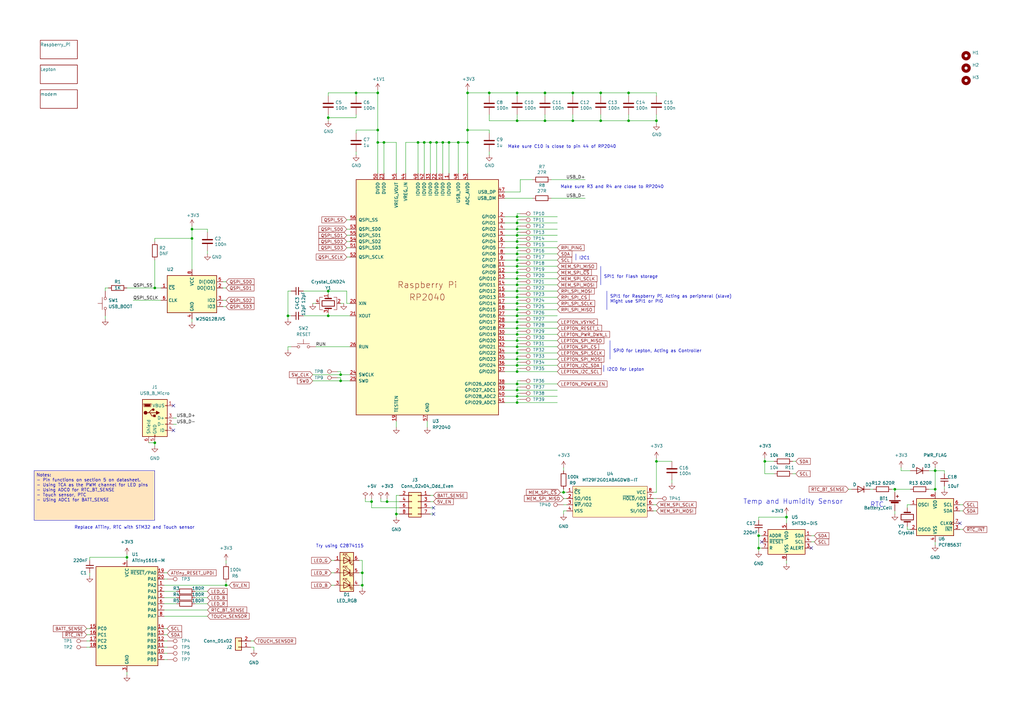
<source format=kicad_sch>
(kicad_sch (version 20230121) (generator eeschema)
  (paper "A3")
  (junction (at 148.59 240.03))
  (junction (at 92.71 240.03))
  (junction (at 212.09 99.06))
  (junction (at 212.09 152.4))
  (junction (at 187.96 58.42))
  (junction (at 367.03 200.66))
  (junction (at 52.07 228.6))
  (junction (at 134.62 129.54))
  (junction (at 212.09 147.32))
  (junction (at 383.54 193.04))
  (junction (at 184.15 58.42))
  (junction (at 311.15 224.79))
  (junction (at 63.5 118.11))
  (junction (at 212.09 96.52))
  (junction (at 148.59 234.95))
  (junction (at 134.62 48.26))
  (junction (at 134.62 119.38))
  (junction (at 157.48 58.42))
  (junction (at 212.09 101.6))
  (junction (at 152.4 205.74))
  (junction (at 383.54 200.66))
  (junction (at 176.53 58.42))
  (junction (at 212.09 129.54))
  (junction (at 313.69 189.23))
  (junction (at 212.09 160.02))
  (junction (at 212.09 106.68))
  (junction (at 212.09 137.16))
  (junction (at 212.09 88.9))
  (junction (at 246.38 38.1))
  (junction (at 78.74 97.79))
  (junction (at 212.09 49.53))
  (junction (at 139.7 156.21))
  (junction (at 212.09 93.98))
  (junction (at 154.94 38.1))
  (junction (at 173.99 58.42))
  (junction (at 212.09 144.78))
  (junction (at 212.09 121.92))
  (junction (at 212.09 162.56))
  (junction (at 146.05 38.1))
  (junction (at 311.15 219.71))
  (junction (at 212.09 132.08))
  (junction (at 257.81 38.1))
  (junction (at 212.09 104.14))
  (junction (at 212.09 165.1))
  (junction (at 212.09 114.3))
  (junction (at 246.38 49.53))
  (junction (at 212.09 109.22))
  (junction (at 212.09 119.38))
  (junction (at 223.52 49.53))
  (junction (at 191.77 53.34))
  (junction (at 158.75 205.74))
  (junction (at 78.74 93.98))
  (junction (at 154.94 58.42))
  (junction (at 63.5 181.61))
  (junction (at 257.81 49.53))
  (junction (at 171.45 58.42))
  (junction (at 212.09 149.86))
  (junction (at 179.07 58.42))
  (junction (at 212.09 142.24))
  (junction (at 191.77 58.42))
  (junction (at 212.09 139.7))
  (junction (at 212.09 111.76))
  (junction (at 139.7 153.67))
  (junction (at 154.94 53.34))
  (junction (at 212.09 157.48))
  (junction (at 223.52 38.1))
  (junction (at 322.58 212.09))
  (junction (at 212.09 127))
  (junction (at 212.09 116.84))
  (junction (at 181.61 58.42))
  (junction (at 118.11 129.54))
  (junction (at 269.24 49.53))
  (junction (at 212.09 134.62))
  (junction (at 212.09 124.46))
  (junction (at 191.77 38.1))
  (junction (at 231.14 201.93))
  (junction (at 212.09 91.44))
  (junction (at 162.56 210.82))
  (junction (at 234.95 38.1))
  (junction (at 212.09 38.1))
  (junction (at 200.66 38.1))
  (junction (at 269.24 189.23))
  (junction (at 234.95 49.53))
  (no_connect (at 177.8 210.82))
  (no_connect (at 177.8 208.28))
  (no_connect (at 71.12 166.37))
  (no_connect (at 393.7 214.63))
  (no_connect (at 71.12 176.53))
  (no_connect (at 312.42 222.25))
  (no_connect (at 332.74 224.79))
  (wire (pts (xy 91.44 123.19) (xy 92.71 123.19)))
  (wire (pts (xy 78.74 92.71) (xy 78.74 93.98)))
  (wire (pts (xy 212.09 157.48) (xy 212.09 156.21)))
  (wire (pts (xy 212.09 124.46) (xy 212.09 123.19)))
  (wire (pts (xy 212.09 162.56) (xy 228.6 162.56)))
  (wire (pts (xy 162.56 210.82) (xy 163.83 210.82)))
  (wire (pts (xy 212.09 121.92) (xy 212.09 120.65)))
  (wire (pts (xy 257.81 39.37) (xy 257.81 38.1)))
  (wire (pts (xy 212.09 114.3) (xy 228.6 114.3)))
  (wire (pts (xy 191.77 58.42) (xy 191.77 71.12)))
  (wire (pts (xy 213.36 73.66) (xy 218.44 73.66)))
  (wire (pts (xy 146.05 62.23) (xy 146.05 63.5)))
  (wire (pts (xy 212.09 149.86) (xy 212.09 148.59)))
  (wire (pts (xy 91.44 125.73) (xy 92.71 125.73)))
  (wire (pts (xy 63.5 97.79) (xy 78.74 97.79)))
  (wire (pts (xy 325.12 194.31) (xy 326.39 194.31)))
  (wire (pts (xy 148.59 234.95) (xy 148.59 240.03)))
  (wire (pts (xy 207.01 104.14) (xy 212.09 104.14)))
  (wire (pts (xy 118.11 142.24) (xy 119.38 142.24)))
  (wire (pts (xy 80.01 247.65) (xy 85.09 247.65)))
  (wire (pts (xy 207.01 119.38) (xy 212.09 119.38)))
  (wire (pts (xy 373.38 217.17) (xy 372.11 217.17)))
  (wire (pts (xy 212.09 134.62) (xy 212.09 133.35)))
  (wire (pts (xy 212.09 95.25) (xy 213.36 95.25)))
  (wire (pts (xy 212.09 91.44) (xy 228.6 91.44)))
  (wire (pts (xy 146.05 38.1) (xy 154.94 38.1)))
  (wire (pts (xy 373.38 200.66) (xy 367.03 200.66)))
  (wire (pts (xy 223.52 46.99) (xy 223.52 49.53)))
  (wire (pts (xy 212.09 132.08) (xy 212.09 130.81)))
  (wire (pts (xy 212.09 118.11) (xy 213.36 118.11)))
  (wire (pts (xy 67.31 260.35) (xy 68.58 260.35)))
  (wire (pts (xy 142.24 105.41) (xy 143.51 105.41)))
  (wire (pts (xy 234.95 39.37) (xy 234.95 38.1)))
  (wire (pts (xy 80.01 245.11) (xy 85.09 245.11)))
  (wire (pts (xy 200.66 38.1) (xy 212.09 38.1)))
  (wire (pts (xy 179.07 58.42) (xy 181.61 58.42)))
  (wire (pts (xy 176.53 208.28) (xy 177.8 208.28)))
  (wire (pts (xy 212.09 96.52) (xy 212.09 95.25)))
  (wire (pts (xy 162.56 71.12) (xy 162.56 58.42)))
  (polyline (pts (xy 246.38 109.22) (xy 246.38 116.84)) (stroke (width 0) (type solid)))
  (wire (pts (xy 257.81 46.99) (xy 257.81 49.53)))
  (wire (pts (xy 176.53 58.42) (xy 179.07 58.42)))
  (wire (pts (xy 393.7 209.55) (xy 394.97 209.55)))
  (wire (pts (xy 135.89 229.87) (xy 137.16 229.87)))
  (wire (pts (xy 134.62 119.38) (xy 134.62 120.65)))
  (wire (pts (xy 63.5 99.06) (xy 63.5 97.79)))
  (wire (pts (xy 212.09 104.14) (xy 228.6 104.14)))
  (wire (pts (xy 393.7 217.17) (xy 394.97 217.17)))
  (wire (pts (xy 78.74 93.98) (xy 78.74 97.79)))
  (wire (pts (xy 52.07 228.6) (xy 52.07 229.87)))
  (wire (pts (xy 179.07 71.12) (xy 179.07 58.42)))
  (wire (pts (xy 212.09 88.9) (xy 212.09 87.63)))
  (wire (pts (xy 223.52 49.53) (xy 212.09 49.53)))
  (wire (pts (xy 163.83 208.28) (xy 152.4 208.28)))
  (wire (pts (xy 78.74 130.81) (xy 78.74 132.08)))
  (wire (pts (xy 207.01 93.98) (xy 212.09 93.98)))
  (wire (pts (xy 207.01 111.76) (xy 212.09 111.76)))
  (wire (pts (xy 118.11 129.54) (xy 119.38 129.54)))
  (wire (pts (xy 207.01 157.48) (xy 212.09 157.48)))
  (wire (pts (xy 212.09 158.75) (xy 213.36 158.75)))
  (wire (pts (xy 162.56 58.42) (xy 157.48 58.42)))
  (wire (pts (xy 212.09 121.92) (xy 228.6 121.92)))
  (wire (pts (xy 311.15 212.09) (xy 322.58 212.09)))
  (wire (pts (xy 207.01 132.08) (xy 212.09 132.08)))
  (wire (pts (xy 154.94 53.34) (xy 154.94 58.42)))
  (wire (pts (xy 212.09 149.86) (xy 228.6 149.86)))
  (wire (pts (xy 365.76 200.66) (xy 367.03 200.66)))
  (wire (pts (xy 311.15 224.79) (xy 312.42 224.79)))
  (wire (pts (xy 67.31 245.11) (xy 72.39 245.11)))
  (wire (pts (xy 212.09 124.46) (xy 228.6 124.46)))
  (wire (pts (xy 226.06 81.28) (xy 240.03 81.28)))
  (wire (pts (xy 212.09 109.22) (xy 228.6 109.22)))
  (wire (pts (xy 134.62 119.38) (xy 142.24 119.38)))
  (wire (pts (xy 158.75 205.74) (xy 158.75 204.47)))
  (wire (pts (xy 134.62 38.1) (xy 146.05 38.1)))
  (wire (pts (xy 171.45 58.42) (xy 173.99 58.42)))
  (wire (pts (xy 67.31 250.19) (xy 85.09 250.19)))
  (wire (pts (xy 118.11 143.51) (xy 118.11 142.24)))
  (wire (pts (xy 138.43 154.94) (xy 139.7 154.94)))
  (wire (pts (xy 234.95 49.53) (xy 223.52 49.53)))
  (wire (pts (xy 207.01 137.16) (xy 212.09 137.16)))
  (wire (pts (xy 176.53 210.82) (xy 177.8 210.82)))
  (wire (pts (xy 367.03 209.55) (xy 367.03 210.82)))
  (wire (pts (xy 118.11 130.81) (xy 118.11 129.54)))
  (wire (pts (xy 246.38 39.37) (xy 246.38 38.1)))
  (wire (pts (xy 207.01 149.86) (xy 212.09 149.86)))
  (wire (pts (xy 181.61 58.42) (xy 184.15 58.42)))
  (wire (pts (xy 134.62 129.54) (xy 134.62 128.27)))
  (wire (pts (xy 63.5 118.11) (xy 66.04 118.11)))
  (wire (pts (xy 63.5 106.68) (xy 63.5 118.11)))
  (wire (pts (xy 212.09 147.32) (xy 228.6 147.32)))
  (wire (pts (xy 207.01 127) (xy 212.09 127)))
  (wire (pts (xy 212.09 101.6) (xy 212.09 100.33)))
  (wire (pts (xy 212.09 128.27) (xy 213.36 128.27)))
  (wire (pts (xy 104.14 265.43) (xy 102.87 265.43)))
  (wire (pts (xy 142.24 101.6) (xy 143.51 101.6)))
  (wire (pts (xy 269.24 187.96) (xy 269.24 189.23)))
  (wire (pts (xy 67.31 252.73) (xy 85.09 252.73)))
  (wire (pts (xy 212.09 144.78) (xy 212.09 143.51)))
  (wire (pts (xy 269.24 46.99) (xy 269.24 49.53)))
  (wire (pts (xy 154.94 36.83) (xy 154.94 38.1)))
  (wire (pts (xy 231.14 204.47) (xy 232.41 204.47)))
  (wire (pts (xy 191.77 53.34) (xy 191.77 58.42)))
  (wire (pts (xy 212.09 140.97) (xy 213.36 140.97)))
  (wire (pts (xy 231.14 191.77) (xy 231.14 193.04)))
  (wire (pts (xy 212.09 134.62) (xy 228.6 134.62)))
  (wire (pts (xy 44.45 118.11) (xy 43.18 118.11)))
  (wire (pts (xy 134.62 48.26) (xy 146.05 48.26)))
  (wire (pts (xy 142.24 119.38) (xy 142.24 124.46)))
  (wire (pts (xy 231.14 200.66) (xy 231.14 201.93)))
  (wire (pts (xy 207.01 116.84) (xy 212.09 116.84)))
  (wire (pts (xy 67.31 247.65) (xy 72.39 247.65)))
  (wire (pts (xy 187.96 71.12) (xy 187.96 58.42)))
  (wire (pts (xy 212.09 125.73) (xy 213.36 125.73)))
  (wire (pts (xy 212.09 132.08) (xy 228.6 132.08)))
  (wire (pts (xy 67.31 262.89) (xy 68.58 262.89)))
  (polyline (pts (xy 236.22 104.14) (xy 236.22 106.68)) (stroke (width 0) (type solid)))
  (wire (pts (xy 311.15 219.71) (xy 312.42 219.71)))
  (wire (pts (xy 212.09 90.17) (xy 213.36 90.17)))
  (wire (pts (xy 317.5 194.31) (xy 313.69 194.31)))
  (wire (pts (xy 212.09 144.78) (xy 228.6 144.78)))
  (wire (pts (xy 146.05 48.26) (xy 146.05 46.99)))
  (wire (pts (xy 207.01 139.7) (xy 212.09 139.7)))
  (wire (pts (xy 152.4 208.28) (xy 152.4 205.74)))
  (wire (pts (xy 118.11 129.54) (xy 118.11 119.38)))
  (wire (pts (xy 383.54 191.77) (xy 383.54 193.04)))
  (wire (pts (xy 157.48 71.12) (xy 157.48 58.42)))
  (wire (pts (xy 383.54 200.66) (xy 383.54 201.93)))
  (wire (pts (xy 207.01 121.92) (xy 212.09 121.92)))
  (wire (pts (xy 54.61 123.19) (xy 66.04 123.19)))
  (wire (pts (xy 35.56 257.81) (xy 36.83 257.81)))
  (wire (pts (xy 146.05 54.61) (xy 146.05 53.34)))
  (wire (pts (xy 152.4 205.74) (xy 149.86 205.74)))
  (wire (pts (xy 332.74 219.71) (xy 334.01 219.71)))
  (wire (pts (xy 200.66 54.61) (xy 200.66 53.34)))
  (wire (pts (xy 223.52 38.1) (xy 234.95 38.1)))
  (wire (pts (xy 231.14 209.55) (xy 232.41 209.55)))
  (wire (pts (xy 85.09 102.87) (xy 85.09 104.14)))
  (wire (pts (xy 142.24 99.06) (xy 143.51 99.06)))
  (wire (pts (xy 212.09 116.84) (xy 212.09 115.57)))
  (wire (pts (xy 212.09 46.99) (xy 212.09 49.53)))
  (wire (pts (xy 135.89 240.03) (xy 137.16 240.03)))
  (wire (pts (xy 213.36 73.66) (xy 213.36 78.74)))
  (wire (pts (xy 246.38 38.1) (xy 257.81 38.1)))
  (wire (pts (xy 212.09 114.3) (xy 212.09 113.03)))
  (wire (pts (xy 212.09 135.89) (xy 213.36 135.89)))
  (wire (pts (xy 67.31 234.95) (xy 68.58 234.95)))
  (wire (pts (xy 367.03 200.66) (xy 367.03 201.93)))
  (wire (pts (xy 207.01 88.9) (xy 212.09 88.9)))
  (wire (pts (xy 63.5 181.61) (xy 63.5 182.88)))
  (wire (pts (xy 257.81 49.53) (xy 246.38 49.53)))
  (wire (pts (xy 212.09 163.83) (xy 213.36 163.83)))
  (wire (pts (xy 104.14 266.7) (xy 104.14 265.43)))
  (wire (pts (xy 78.74 97.79) (xy 78.74 110.49)))
  (wire (pts (xy 212.09 127) (xy 228.6 127)))
  (wire (pts (xy 387.35 193.04) (xy 383.54 193.04)))
  (wire (pts (xy 166.37 71.12) (xy 166.37 58.42)))
  (wire (pts (xy 35.56 265.43) (xy 36.83 265.43)))
  (wire (pts (xy 149.86 205.74) (xy 149.86 204.47)))
  (wire (pts (xy 207.01 106.68) (xy 212.09 106.68)))
  (wire (pts (xy 212.09 106.68) (xy 228.6 106.68)))
  (wire (pts (xy 212.09 99.06) (xy 228.6 99.06)))
  (wire (pts (xy 147.32 234.95) (xy 148.59 234.95)))
  (wire (pts (xy 212.09 161.29) (xy 213.36 161.29)))
  (wire (pts (xy 372.11 217.17) (xy 372.11 215.9)))
  (wire (pts (xy 143.51 142.24) (xy 129.54 142.24)))
  (wire (pts (xy 212.09 157.48) (xy 228.6 157.48)))
  (wire (pts (xy 212.09 38.1) (xy 223.52 38.1)))
  (wire (pts (xy 52.07 275.59) (xy 52.07 276.86)))
  (wire (pts (xy 207.01 96.52) (xy 212.09 96.52)))
  (wire (pts (xy 207.01 160.02) (xy 212.09 160.02)))
  (wire (pts (xy 43.18 118.11) (xy 43.18 119.38)))
  (wire (pts (xy 311.15 219.71) (xy 311.15 224.79)))
  (wire (pts (xy 146.05 39.37) (xy 146.05 38.1)))
  (polyline (pts (xy 250.19 139.7) (xy 250.19 147.32)) (stroke (width 0) (type solid)))
  (wire (pts (xy 212.09 113.03) (xy 213.36 113.03)))
  (wire (pts (xy 383.54 222.25) (xy 383.54 223.52)))
  (wire (pts (xy 275.59 189.23) (xy 269.24 189.23)))
  (wire (pts (xy 139.7 156.21) (xy 143.51 156.21)))
  (wire (pts (xy 212.09 139.7) (xy 212.09 138.43)))
  (wire (pts (xy 139.7 124.46) (xy 140.97 124.46)))
  (wire (pts (xy 212.09 92.71) (xy 213.36 92.71)))
  (wire (pts (xy 157.48 58.42) (xy 154.94 58.42)))
  (wire (pts (xy 142.24 90.17) (xy 143.51 90.17)))
  (wire (pts (xy 67.31 270.51) (xy 68.58 270.51)))
  (wire (pts (xy 387.35 194.31) (xy 387.35 193.04)))
  (wire (pts (xy 207.01 152.4) (xy 212.09 152.4)))
  (wire (pts (xy 269.24 39.37) (xy 269.24 38.1)))
  (wire (pts (xy 152.4 205.74) (xy 152.4 204.47)))
  (wire (pts (xy 381 193.04) (xy 383.54 193.04)))
  (wire (pts (xy 212.09 137.16) (xy 212.09 135.89)))
  (wire (pts (xy 158.75 205.74) (xy 156.21 205.74)))
  (wire (pts (xy 200.66 46.99) (xy 200.66 49.53)))
  (wire (pts (xy 134.62 129.54) (xy 143.51 129.54)))
  (wire (pts (xy 184.15 58.42) (xy 187.96 58.42)))
  (wire (pts (xy 234.95 46.99) (xy 234.95 49.53)))
  (wire (pts (xy 67.31 265.43) (xy 68.58 265.43)))
  (wire (pts (xy 212.09 160.02) (xy 228.6 160.02)))
  (wire (pts (xy 212.09 111.76) (xy 212.09 110.49)))
  (wire (pts (xy 52.07 228.6) (xy 36.83 228.6)))
  (wire (pts (xy 322.58 212.09) (xy 322.58 214.63)))
  (wire (pts (xy 212.09 138.43) (xy 213.36 138.43)))
  (wire (pts (xy 139.7 154.94) (xy 139.7 156.21)))
  (wire (pts (xy 257.81 49.53) (xy 269.24 49.53)))
  (wire (pts (xy 60.96 181.61) (xy 63.5 181.61)))
  (wire (pts (xy 311.15 218.44) (xy 311.15 219.71)))
  (wire (pts (xy 212.09 88.9) (xy 228.6 88.9)))
  (wire (pts (xy 212.09 152.4) (xy 228.6 152.4)))
  (wire (pts (xy 191.77 53.34) (xy 200.66 53.34)))
  (wire (pts (xy 200.66 62.23) (xy 200.66 63.5)))
  (wire (pts (xy 191.77 38.1) (xy 191.77 53.34)))
  (wire (pts (xy 207.01 81.28) (xy 218.44 81.28)))
  (wire (pts (xy 231.14 210.82) (xy 231.14 209.55)))
  (wire (pts (xy 226.06 73.66) (xy 240.03 73.66)))
  (wire (pts (xy 91.44 118.11) (xy 92.71 118.11)))
  (wire (pts (xy 393.7 207.01) (xy 394.97 207.01)))
  (wire (pts (xy 311.15 226.06) (xy 311.15 224.79)))
  (wire (pts (xy 381 200.66) (xy 383.54 200.66)))
  (wire (pts (xy 212.09 130.81) (xy 213.36 130.81)))
  (wire (pts (xy 212.09 102.87) (xy 213.36 102.87)))
  (wire (pts (xy 212.09 110.49) (xy 213.36 110.49)))
  (wire (pts (xy 173.99 58.42) (xy 176.53 58.42)))
  (wire (pts (xy 383.54 193.04) (xy 383.54 200.66)))
  (wire (pts (xy 207.01 99.06) (xy 212.09 99.06)))
  (wire (pts (xy 212.09 133.35) (xy 213.36 133.35)))
  (wire (pts (xy 148.59 234.95) (xy 148.59 229.87)))
  (wire (pts (xy 207.01 109.22) (xy 212.09 109.22)))
  (wire (pts (xy 134.62 39.37) (xy 134.62 38.1)))
  (wire (pts (xy 124.46 119.38) (xy 134.62 119.38)))
  (wire (pts (xy 212.09 93.98) (xy 228.6 93.98)))
  (wire (pts (xy 212.09 129.54) (xy 212.09 128.27)))
  (wire (pts (xy 212.09 142.24) (xy 212.09 140.97)))
  (wire (pts (xy 387.35 199.39) (xy 387.35 200.66)))
  (wire (pts (xy 92.71 229.87) (xy 92.71 231.14)))
  (wire (pts (xy 128.27 124.46) (xy 129.54 124.46)))
  (wire (pts (xy 134.62 46.99) (xy 134.62 48.26)))
  (wire (pts (xy 269.24 189.23) (xy 269.24 201.93)))
  (wire (pts (xy 267.97 209.55) (xy 269.24 209.55)))
  (wire (pts (xy 43.18 129.54) (xy 43.18 130.81)))
  (wire (pts (xy 162.56 203.2) (xy 162.56 210.82)))
  (wire (pts (xy 207.01 114.3) (xy 212.09 114.3)))
  (wire (pts (xy 322.58 210.82) (xy 322.58 212.09)))
  (wire (pts (xy 212.09 87.63) (xy 213.36 87.63)))
  (wire (pts (xy 212.09 119.38) (xy 228.6 119.38)))
  (wire (pts (xy 212.09 96.52) (xy 228.6 96.52)))
  (wire (pts (xy 212.09 39.37) (xy 212.09 38.1)))
  (wire (pts (xy 200.66 39.37) (xy 200.66 38.1)))
  (wire (pts (xy 118.11 119.38) (xy 119.38 119.38)))
  (wire (pts (xy 325.12 189.23) (xy 326.39 189.23)))
  (wire (pts (xy 207.01 165.1) (xy 212.09 165.1)))
  (wire (pts (xy 139.7 153.67) (xy 143.51 153.67)))
  (wire (pts (xy 163.83 205.74) (xy 158.75 205.74)))
  (wire (pts (xy 212.09 162.56) (xy 212.09 161.29)))
  (wire (pts (xy 212.09 142.24) (xy 228.6 142.24)))
  (wire (pts (xy 207.01 129.54) (xy 212.09 129.54)))
  (wire (pts (xy 212.09 156.21) (xy 213.36 156.21)))
  (wire (pts (xy 212.09 160.02) (xy 212.09 158.75)))
  (wire (pts (xy 128.27 153.67) (xy 139.7 153.67)))
  (wire (pts (xy 184.15 58.42) (xy 184.15 71.12)))
  (wire (pts (xy 223.52 39.37) (xy 223.52 38.1)))
  (wire (pts (xy 181.61 71.12) (xy 181.61 58.42)))
  (wire (pts (xy 347.98 200.66) (xy 349.25 200.66)))
  (wire (pts (xy 207.01 147.32) (xy 212.09 147.32)))
  (wire (pts (xy 212.09 100.33) (xy 213.36 100.33)))
  (wire (pts (xy 142.24 93.98) (xy 143.51 93.98)))
  (wire (pts (xy 146.05 53.34) (xy 154.94 53.34)))
  (wire (pts (xy 135.89 234.95) (xy 137.16 234.95)))
  (wire (pts (xy 171.45 71.12) (xy 171.45 58.42)))
  (wire (pts (xy 175.26 172.72) (xy 175.26 175.26)))
  (wire (pts (xy 142.24 124.46) (xy 143.51 124.46)))
  (wire (pts (xy 212.09 147.32) (xy 212.09 146.05)))
  (wire (pts (xy 52.07 118.11) (xy 63.5 118.11)))
  (wire (pts (xy 311.15 213.36) (xy 311.15 212.09)))
  (wire (pts (xy 212.09 129.54) (xy 228.6 129.54)))
  (wire (pts (xy 234.95 38.1) (xy 246.38 38.1)))
  (wire (pts (xy 212.09 139.7) (xy 228.6 139.7)))
  (wire (pts (xy 231.14 207.01) (xy 232.41 207.01)))
  (wire (pts (xy 369.57 193.04) (xy 373.38 193.04)))
  (wire (pts (xy 67.31 242.57) (xy 72.39 242.57)))
  (wire (pts (xy 35.56 260.35) (xy 36.83 260.35)))
  (wire (pts (xy 207.01 142.24) (xy 212.09 142.24)))
  (wire (pts (xy 212.09 152.4) (xy 212.09 151.13)))
  (wire (pts (xy 207.01 101.6) (xy 212.09 101.6)))
  (wire (pts (xy 212.09 127) (xy 212.09 125.73)))
  (wire (pts (xy 207.01 144.78) (xy 212.09 144.78)))
  (wire (pts (xy 322.58 229.87) (xy 322.58 231.14)))
  (wire (pts (xy 148.59 240.03) (xy 147.32 240.03)))
  (wire (pts (xy 187.96 58.42) (xy 191.77 58.42)))
  (wire (pts (xy 91.44 115.57) (xy 92.71 115.57)))
  (wire (pts (xy 36.83 228.6) (xy 36.83 229.87)))
  (wire (pts (xy 313.69 189.23) (xy 313.69 187.96)))
  (wire (pts (xy 67.31 237.49) (xy 68.58 237.49)))
  (wire (pts (xy 212.09 107.95) (xy 213.36 107.95)))
  (wire (pts (xy 148.59 229.87) (xy 147.32 229.87)))
  (wire (pts (xy 229.87 201.93) (xy 231.14 201.93)))
  (wire (pts (xy 176.53 203.2) (xy 177.8 203.2)))
  (wire (pts (xy 162.56 210.82) (xy 162.56 212.09)))
  (wire (pts (xy 36.83 234.95) (xy 36.83 236.22)))
  (wire (pts (xy 134.62 48.26) (xy 134.62 49.53)))
  (wire (pts (xy 154.94 38.1) (xy 154.94 53.34)))
  (wire (pts (xy 71.12 171.45) (xy 72.39 171.45)))
  (wire (pts (xy 212.09 104.14) (xy 212.09 102.87)))
  (wire (pts (xy 124.46 129.54) (xy 134.62 129.54)))
  (wire (pts (xy 139.7 152.4) (xy 139.7 153.67)))
  (wire (pts (xy 104.14 262.89) (xy 102.87 262.89)))
  (wire (pts (xy 207.01 134.62) (xy 212.09 134.62)))
  (wire (pts (xy 67.31 267.97) (xy 68.58 267.97)))
  (wire (pts (xy 148.59 240.03) (xy 148.59 241.3)))
  (wire (pts (xy 52.07 227.33) (xy 52.07 228.6)))
  (wire (pts (xy 212.09 148.59) (xy 213.36 148.59)))
  (wire (pts (xy 356.87 200.66) (xy 358.14 200.66)))
  (wire (pts (xy 212.09 97.79) (xy 213.36 97.79)))
  (wire (pts (xy 269.24 201.93) (xy 267.97 201.93)))
  (wire (pts (xy 207.01 78.74) (xy 213.36 78.74)))
  (wire (pts (xy 246.38 46.99) (xy 246.38 49.53)))
  (wire (pts (xy 372.11 207.01) (xy 373.38 207.01)))
  (wire (pts (xy 212.09 115.57) (xy 213.36 115.57)))
  (wire (pts (xy 162.56 172.72) (xy 162.56 175.26)))
  (wire (pts (xy 372.11 208.28) (xy 372.11 207.01)))
  (wire (pts (xy 212.09 123.19) (xy 213.36 123.19)))
  (wire (pts (xy 142.24 96.52) (xy 143.51 96.52)))
  (wire (pts (xy 212.09 116.84) (xy 228.6 116.84)))
  (wire (pts (xy 275.59 196.85) (xy 275.59 198.12)))
  (wire (pts (xy 67.31 257.81) (xy 68.58 257.81)))
  (wire (pts (xy 80.01 242.57) (xy 85.09 242.57)))
  (wire (pts (xy 212.09 146.05) (xy 213.36 146.05)))
  (wire (pts (xy 212.09 91.44) (xy 212.09 90.17)))
  (wire (pts (xy 313.69 194.31) (xy 313.69 189.23)))
  (wire (pts (xy 267.97 204.47) (xy 269.24 204.47)))
  (wire (pts (xy 212.09 99.06) (xy 212.09 97.79)))
  (wire (pts (xy 71.12 173.99) (xy 72.39 173.99)))
  (wire (pts (xy 92.71 240.03) (xy 93.98 240.03)))
  (wire (pts (xy 212.09 119.38) (xy 212.09 118.11)))
  (wire (pts (xy 317.5 189.23) (xy 313.69 189.23)))
  (wire (pts (xy 156.21 205.74) (xy 156.21 204.47)))
  (wire (pts (xy 207.01 91.44) (xy 212.09 91.44)))
  (wire (pts (xy 35.56 262.89) (xy 36.83 262.89)))
  (wire (pts (xy 212.09 137.16) (xy 228.6 137.16)))
  (wire (pts (xy 92.71 238.76) (xy 92.71 240.03)))
  (wire (pts (xy 67.31 240.03) (xy 92.71 240.03)))
  (wire (pts (xy 138.43 152.4) (xy 139.7 152.4)))
  (wire (pts (xy 212.09 109.22) (xy 212.09 107.95)))
  (wire (pts (xy 166.37 58.42) (xy 171.45 58.42)))
  (polyline (pts (xy 247.65 149.86) (xy 247.65 152.4)) (stroke (width 0) (type solid)))
  (wire (pts (xy 212.09 106.68) (xy 212.09 105.41)))
  (wire (pts (xy 176.53 205.74) (xy 177.8 205.74)))
  (wire (pts (xy 154.94 58.42) (xy 154.94 71.12)))
  (wire (pts (xy 207.01 124.46) (xy 212.09 124.46)))
  (wire (pts (xy 212.09 165.1) (xy 212.09 163.83)))
  (wire (pts (xy 173.99 71.12) (xy 173.99 58.42)))
  (wire (pts (xy 191.77 36.83) (xy 191.77 38.1)))
  (wire (pts (xy 212.09 143.51) (xy 213.36 143.51)))
  (wire (pts (xy 257.81 38.1) (xy 269.24 38.1)))
  (wire (pts (xy 128.27 156.21) (xy 139.7 156.21)))
  (polyline (pts (xy 248.92 119.38) (xy 248.92 127)) (stroke (width 0) (type solid)))
  (wire (pts (xy 212.09 49.53) (xy 200.66 49.53)))
  (wire (pts (xy 212.09 151.13) (xy 213.36 151.13)))
  (wire (pts (xy 369.57 191.77) (xy 369.57 193.04)))
  (wire (pts (xy 332.74 222.25) (xy 334.01 222.25)))
  (wire (pts (xy 163.83 203.2) (xy 162.56 203.2)))
  (wire (pts (xy 212.09 165.1) (xy 228.6 165.1)))
  (wire (pts (xy 212.09 101.6) (xy 228.6 101.6)))
  (wire (pts (xy 212.09 105.41) (xy 213.36 105.41)))
  (wire (pts (xy 212.09 93.98) (xy 212.09 92.71)))
  (wire (pts (xy 212.09 111.76) (xy 228.6 111.76)))
  (wire (pts (xy 176.53 71.12) (xy 176.53 58.42)))
  (wire (pts (xy 269.24 49.53) (xy 269.24 50.8)))
  (wire (pts (xy 85.09 95.25) (xy 85.09 93.98)))
  (wire (pts (xy 207.01 162.56) (xy 212.09 162.56)))
  (wire (pts (xy 246.38 49.53) (xy 234.95 49.53)))
  (wire (pts (xy 191.77 38.1) (xy 200.66 38.1)))
  (wire (pts (xy 85.09 93.98) (xy 78.74 93.98)))
  (wire (pts (xy 212.09 120.65) (xy 213.36 120.65)))
  (wire (pts (xy 267.97 207.01) (xy 269.24 207.01)))
  (wire (pts (xy 231.14 201.93) (xy 232.41 201.93)))
  (text_box "Notes:\n- Pin functions on section 5 on datasheet.\n- Using TCA as the PWM channel for LED pins\n- Using ADC0 for RTC_BT_SENSE\n- Touch sensor, PTC\n- USing ADC1 for BATT_SENSE" (at 13.97 193.04 0) (size 49.53 20.32) (fill (type color) (color 255 229 191 1)) (effects (font (size 1.27 1.27)) (justify left top)))
  (text "SPI0 for Lepton, Acting as Controller\n" (at 251.46 144.78 0) (effects (font (size 1.27 1.27)) (justify left bottom)))
  (text "Try using C2874115" (at 129.54 224.79 0) (effects (font (size 1.27 1.27)) (justify left bottom)))
  (text "I2C1" (at 237.49 106.68 0) (effects (font (size 1.27 1.27)) (justify left bottom)))
  (text "I2C0 for Lepton" (at 248.92 152.4 0) (effects (font (size 1.27 1.27)) (justify left bottom)))
  (text "Temp and Humidity Sensor" (at 304.8 207.01 0) (effects (font (size 2 2)) (justify left bottom)))
  (text "Replace ATTiny, RTC with STM32 and Touch sensor" (at 30.48 217.17 0) (effects (font (size 1.27 1.27)) (justify left bottom)))
  (text "RTC" (at 356.87 208.28 0) (effects (font (size 2 2)) (justify left bottom)))
  (text "Make sure C10 is close to pin 44 of RP2040" (at 208.28 60.96 0) (effects (font (size 1.27 1.27)) (justify left bottom)))
  (text "SPI1 for Raspberry Pi, Acting as peripheral (slave)\nMight use SPI1 or PIO" (at 250.19 124.46 0) (effects (font (size 1.27 1.27)) (justify left bottom)))
  (text "Make sure R3 and R4 are close to RP2040" (at 229.87 77.47 0) (effects (font (size 1.27 1.27)) (justify left bottom)))
  (text "SPI1 for Flash storage" (at 247.65 114.3 0) (effects (font (size 1.27 1.27)) (justify left bottom)))
  (label "QSPI_SCLK" (at 54.61 123.19 0))
  (label "QSPI_SS" (at 54.61 118.11 0))
  (label "RUN" (at 129.54 142.24 0))
  (label "USB_D+" (at 72.39 171.45 0))
  (label "USB_D-" (at 240.03 81.28 180))
  (label "USB_D-" (at 72.39 173.99 0))
  (label "USB_D+" (at 240.03 73.66 180))
  (global_label "SCL" (shape input) (at 326.39 194.31 0) (property "Intersheetrefs" "${INTERSHEET_REFS}" (effects hide)))
  (global_label "SW_CLK" (shape input) (at 128.27 153.67 180) (property "Intersheetrefs" "${INTERSHEET_REFS}" (effects hide)))
  (global_label "LED_R" (shape input) (at 135.89 234.95 180) (property "Intersheetrefs" "${INTERSHEET_REFS}" (effects hide)))
  (global_label "RPI_SPI_MISO" (shape input) (at 228.6 127 0) (property "Intersheetrefs" "${INTERSHEET_REFS}" (effects hide)))
  (global_label "SDA" (shape input) (at 394.97 209.55 0) (property "Intersheetrefs" "${INTERSHEET_REFS}" (effects hide)))
  (global_label "QSPI_SD2" (shape input) (at 92.71 123.19 0) (property "Intersheetrefs" "${INTERSHEET_REFS}" (effects hide)))
  (global_label "MEM_SPI_MOSI" (shape input) (at 269.24 209.55 0) (property "Intersheetrefs" "${INTERSHEET_REFS}" (effects hide)))
  (global_label "SDA" (shape input) (at 334.01 219.71 0) (property "Intersheetrefs" "${INTERSHEET_REFS}" (effects hide)))
  (global_label "QSPI_SD0" (shape input) (at 92.71 115.57 0) (property "Intersheetrefs" "${INTERSHEET_REFS}" (effects hide)))
  (global_label "QSPI_SD1" (shape input) (at 92.71 118.11 0) (property "Intersheetrefs" "${INTERSHEET_REFS}" (effects hide)))
  (global_label "LEPTON_VSYNC" (shape input) (at 228.6 132.08 0) (property "Intersheetrefs" "${INTERSHEET_REFS}" (effects hide)))
  (global_label "~{RTC_INT}" (shape input) (at 394.97 217.17 0) (property "Intersheetrefs" "${INTERSHEET_REFS}" (effects hide)))
  (global_label "QSPI_SCLK" (shape input) (at 142.24 105.41 180) (property "Intersheetrefs" "${INTERSHEET_REFS}" (effects hide)))
  (global_label "QSPI_SD1" (shape input) (at 142.24 96.52 180) (property "Intersheetrefs" "${INTERSHEET_REFS}" (effects hide)))
  (global_label "LEPTON_I2C_SDA" (shape input) (at 228.6 149.86 0) (property "Intersheetrefs" "${INTERSHEET_REFS}" (effects hide)))
  (global_label "RTC_BT_SENSE" (shape input) (at 347.98 200.66 180) (property "Intersheetrefs" "${INTERSHEET_REFS}" (effects hide)))
  (global_label "LEPTON_RESET_L" (shape input) (at 228.6 134.62 0) (property "Intersheetrefs" "${INTERSHEET_REFS}" (effects hide)))
  (global_label "LEPTON_SPI_CS" (shape input) (at 228.6 142.24 0) (property "Intersheetrefs" "${INTERSHEET_REFS}" (effects hide)))
  (global_label "LEPTON_I2C_SCL" (shape input) (at 228.6 152.4 0) (property "Intersheetrefs" "${INTERSHEET_REFS}" (effects hide)))
  (global_label "RTC_BT_SENSE" (shape input) (at 85.09 250.19 0) (property "Intersheetrefs" "${INTERSHEET_REFS}" (effects hide)))
  (global_label "QSPI_SD3" (shape input) (at 142.24 101.6 180) (property "Intersheetrefs" "${INTERSHEET_REFS}" (effects hide)))
  (global_label "SDA" (shape input) (at 68.58 260.35 0) (property "Intersheetrefs" "${INTERSHEET_REFS}" (effects hide)))
  (global_label "LEPTON_POWER_EN" (shape input) (at 228.6 157.48 0) (property "Intersheetrefs" "${INTERSHEET_REFS}" (effects hide)))
  (global_label "MEM_SPI_~{CS}" (shape input) (at 228.6 111.76 0) (property "Intersheetrefs" "${INTERSHEET_REFS}" (effects hide)))
  (global_label "LED_G" (shape input) (at 135.89 229.87 180) (property "Intersheetrefs" "${INTERSHEET_REFS}" (effects hide)))
  (global_label "LEPTON_SPI_MOSI" (shape input) (at 228.6 147.32 0) (property "Intersheetrefs" "${INTERSHEET_REFS}" (effects hide)))
  (global_label "MEM_SPI_~{CS}" (shape input) (at 229.87 201.93 180) (property "Intersheetrefs" "${INTERSHEET_REFS}" (effects hide)))
  (global_label "BATT_SENSE" (shape input) (at 177.8 203.2 0) (property "Intersheetrefs" "${INTERSHEET_REFS}" (effects hide)))
  (global_label "SCL" (shape input) (at 334.01 222.25 0) (property "Intersheetrefs" "${INTERSHEET_REFS}" (effects hide)))
  (global_label "MEM_SPI_SCLK" (shape input) (at 269.24 207.01 0) (property "Intersheetrefs" "${INTERSHEET_REFS}" (effects hide)))
  (global_label "RPI_SPI_CS" (shape input) (at 228.6 121.92 0) (property "Intersheetrefs" "${INTERSHEET_REFS}" (effects hide)))
  (global_label "~{RTC_INT}" (shape input) (at 35.56 260.35 180) (property "Intersheetrefs" "${INTERSHEET_REFS}" (effects hide)))
  (global_label "QSPI_SD3" (shape input) (at 92.71 125.73 0) (property "Intersheetrefs" "${INTERSHEET_REFS}" (effects hide)))
  (global_label "RPI_SPI_SCLK" (shape input) (at 228.6 124.46 0) (property "Intersheetrefs" "${INTERSHEET_REFS}" (effects hide)))
  (global_label "LED_B" (shape input) (at 85.09 245.11 0) (property "Intersheetrefs" "${INTERSHEET_REFS}" (effects hide)))
  (global_label "ATtiny_RESET_UPDI" (shape input) (at 68.58 234.95 0) (property "Intersheetrefs" "${INTERSHEET_REFS}" (effects hide)))
  (global_label "5V_EN" (shape input) (at 177.8 205.74 0) (property "Intersheetrefs" "${INTERSHEET_REFS}" (effects hide)))
  (global_label "5V_EN" (shape input) (at 93.98 240.03 0) (property "Intersheetrefs" "${INTERSHEET_REFS}" (effects hide)))
  (global_label "SDA" (shape input) (at 228.6 104.14 0) (property "Intersheetrefs" "${INTERSHEET_REFS}" (effects hide)))
  (global_label "TOUCH_SENSOR" (shape input) (at 104.14 262.89 0) (property "Intersheetrefs" "${INTERSHEET_REFS}" (effects hide)))
  (global_label "BATT_SENSE" (shape input) (at 35.56 257.81 180) (property "Intersheetrefs" "${INTERSHEET_REFS}" (effects hide)))
  (global_label "TOUCH_SENSOR" (shape input) (at 85.09 252.73 0) (property "Intersheetrefs" "${INTERSHEET_REFS}" (effects hide)))
  (global_label "RPI_PING" (shape input) (at 228.6 101.6 0) (property "Intersheetrefs" "${INTERSHEET_REFS}" (effects hide)))
  (global_label "SCL" (shape input) (at 68.58 257.81 0) (property "Intersheetrefs" "${INTERSHEET_REFS}" (effects hide)))
  (global_label "MEM_SPI_MOSI" (shape input) (at 228.6 116.84 0) (property "Intersheetrefs" "${INTERSHEET_REFS}" (effects hide)))
  (global_label "SCL" (shape input) (at 228.6 106.68 0) (property "Intersheetrefs" "${INTERSHEET_REFS}" (effects hide)))
  (global_label "QSPI_SD2" (shape input) (at 142.24 99.06 180) (property "Intersheetrefs" "${INTERSHEET_REFS}" (effects hide)))
  (global_label "LEPTON_SPI_MISO" (shape input) (at 228.6 139.7 0) (property "Intersheetrefs" "${INTERSHEET_REFS}" (effects hide)))
  (global_label "SWD" (shape input) (at 128.27 156.21 180) (property "Intersheetrefs" "${INTERSHEET_REFS}" (effects hide)))
  (global_label "SDA" (shape input) (at 326.39 189.23 0) (property "Intersheetrefs" "${INTERSHEET_REFS}" (effects hide)))
  (global_label "LEPTON_PWR_DWN_L" (shape input) (at 228.6 137.16 0) (property "Intersheetrefs" "${INTERSHEET_REFS}" (effects hide)))
  (global_label "LED_G" (shape input) (at 85.09 242.57 0) (property "Intersheetrefs" "${INTERSHEET_REFS}" (effects hide)))
  (global_label "LED_B" (shape input) (at 135.89 240.03 180) (property "Intersheetrefs" "${INTERSHEET_REFS}" (effects hide)))
  (global_label "SCL" (shape input) (at 394.97 207.01 0) (property "Intersheetrefs" "${INTERSHEET_REFS}" (effects hide)))
  (global_label "RPI_SPI_MOSI" (shape input) (at 228.6 119.38 0) (property "Intersheetrefs" "${INTERSHEET_REFS}" (effects hide)))
  (global_label "LEPTON_SPI_SCLK" (shape input) (at 228.6 144.78 0) (property "Intersheetrefs" "${INTERSHEET_REFS}" (effects hide)))
  (global_label "MEM_SPI_MISO" (shape input) (at 231.14 204.47 180) (property "Intersheetrefs" "${INTERSHEET_REFS}" (effects hide)))
  (global_label "QSPI_SS" (shape input) (at 142.24 90.17 180) (property "Intersheetrefs" "${INTERSHEET_REFS}" (effects hide)))
  (global_label "MEM_SPI_MISO" (shape input) (at 228.6 109.22 0) (property "Intersheetrefs" "${INTERSHEET_REFS}" (effects hide)))
  (global_label "LED_R" (shape input) (at 85.09 247.65 0) (property "Intersheetrefs" "${INTERSHEET_REFS}" (effects hide)))
  (global_label "MEM_SPI_SCLK" (shape input) (at 228.6 114.3 0) (property "Intersheetrefs" "${INTERSHEET_REFS}" (effects hide)))
  (global_label "QSPI_SD0" (shape input) (at 142.24 93.98 180) (property "Intersheetrefs" "${INTERSHEET_REFS}" (effects hide)))
  (symbol (lib_id "power:GND") (at 63.5 182.88 0) (unit 1)
    (property "Reference" "#PWR05" (effects hide))
    (property "Value" "GND" (at 63.5 187.96 0))
  )
  (symbol (lib_id "power:GND") (at 43.18 130.81 0) (unit 1)
    (property "Reference" "#PWR02" (effects hide))
    (property "Value" "GND" (effects hide))
  )
  (symbol (lib_id "power:+3V3") (at 52.07 227.33 0) (unit 1)
    (property "Reference" "#PWR03" (effects hide))
    (property "Value" "+3V3" (at 52.07 222.25 0))
  )
  (symbol (lib_id "Connector:TestPoint") (at 213.36 105.41 270) (unit 1)
    (property "Reference" "TP17" (at 220.98 105.41 90))
    (property "Value" "TestPoint" (effects hide))
    (property "Footprint" "cacophony-library:TP" (effects hide))
  )
  (symbol (lib_id "Connector:TestPoint") (at 68.58 237.49 270) (unit 1)
    (property "Reference" "TP3" (at 76.2 237.49 90))
    (property "Value" "TestPoint" (effects hide))
    (property "Footprint" "cacophony-library:TP" (effects hide))
  )
  (symbol (lib_id "power:GND") (at 269.24 50.8 0) (unit 1)
    (property "Reference" "#PWR028" (effects hide))
    (property "Value" "GND" (at 269.367 55.1942 0))
  )
  (symbol (lib_id "Connector:TestPoint") (at 213.36 140.97 270) (unit 1)
    (property "Reference" "TP31" (at 220.98 140.97 90))
    (property "Value" "TestPoint" (effects hide))
    (property "Footprint" "cacophony-library:TP" (effects hide))
  )
  (symbol (lib_id "Mechanical:MountingHole") (at 396.24 22.86 0) (unit 1)
    (property "Reference" "H1" (at 398.78 21.5899 0) (effects (justify left)))
    (property "Value" "MountingHole" (effects hide))
    (property "Footprint" "cacophony-library:Mouning_Hole_M3" (effects hide))
  )
  (symbol (lib_id "Connector:TestPoint") (at 213.36 125.73 270) (unit 1)
    (property "Reference" "TP25" (at 220.98 125.73 90))
    (property "Value" "TestPoint" (effects hide))
    (property "Footprint" "cacophony-library:TP" (effects hide))
  )
  (symbol (lib_id "Connector:TestPoint") (at 213.36 148.59 270) (unit 1)
    (property "Reference" "TP34" (at 220.98 148.59 90))
    (property "Value" "TestPoint" (effects hide))
    (property "Footprint" "cacophony-library:TP" (effects hide))
  )
  (symbol (lib_id "Connector:TestPoint") (at 35.56 262.89 90) (unit 1)
    (property "Reference" "TP1" (at 27.94 262.89 90))
    (property "Value" "TestPoint" (effects hide))
    (property "Footprint" "cacophony-library:TP" (effects hide))
  )
  (symbol (lib_id "power:+3V3") (at 191.77 36.83 0) (unit 1)
    (property "Reference" "#PWR024" (effects hide))
    (property "Value" "+3V3" (at 192.151 32.4358 0))
  )
  (symbol (lib_id "Device:C") (at 269.24 43.18 0) (unit 1)
    (property "Reference" "C15" (at 272.161 42.0116 0) (effects (justify left)))
    (property "Value" "100n" (at 272.161 44.323 0) (effects (justify left)))
    (property "Footprint" "Capacitor_SMD:C_0402_1005Metric" (effects hide))
    (property "LCSC" "C307331" (effects hide))
  )
  (symbol (lib_id "Device:C") (at 257.81 43.18 0) (unit 1)
    (property "Reference" "C14" (at 260.731 42.0116 0) (effects (justify left)))
    (property "Value" "100n" (at 260.731 44.323 0) (effects (justify left)))
    (property "Footprint" "Capacitor_SMD:C_0402_1005Metric" (effects hide))
    (property "LCSC" "C307331" (effects hide))
  )
  (symbol (lib_id "Connector:TestPoint") (at 213.36 146.05 270) (unit 1)
    (property "Reference" "TP33" (at 220.98 146.05 90))
    (property "Value" "TestPoint" (effects hide))
    (property "Footprint" "cacophony-library:TP" (effects hide))
  )
  (symbol (lib_id "Device:C_Small") (at 36.83 232.41 180) (unit 1)
    (property "Reference" "C1" (at 34.29 234.95 0))
    (property "Value" "220nF" (at 33.02 229.87 0))
    (property "Footprint" "Capacitor_SMD:C_0402_1005Metric" (effects hide))
    (property "LCSC" "C16772" (effects hide))
  )
  (symbol (lib_id "Device:R") (at 76.2 242.57 90) (unit 1)
    (property "Reference" "R3" (at 73.66 241.3 90) (effects (justify left)))
    (property "Value" "180R" (at 83.82 241.3 90) (effects (justify left)))
    (property "Footprint" "Resistor_SMD:R_0402_1005Metric" (effects hide))
    (property "LCSC" "C38941" (effects hide))
  )
  (symbol (lib_id "Device:Crystal") (at 372.11 212.09 90) (unit 1)
    (property "Reference" "Y2" (at 368.3 215.9 90) (effects (justify right)))
    (property "Value" "Crystal" (at 368.3 218.44 90) (effects (justify right)))
    (property "Footprint" "Crystal:Crystal_SMD_3215-2Pin_3.2x1.5mm" (effects hide))
    (property "LCSC" "C32346" (effects hide))
  )
  (symbol (lib_id "power:+1V1") (at 154.94 36.83 0) (unit 1)
    (property "Reference" "#PWR019" (effects hide))
    (property "Value" "+1V1" (at 155.321 32.4358 0))
  )
  (symbol (lib_id "power:GND") (at 200.66 63.5 0) (unit 1)
    (property "Reference" "#PWR025" (effects hide))
    (property "Value" "GND" (at 200.787 67.8942 0))
  )
  (symbol (lib_id "power:GND") (at 78.74 132.08 0) (unit 1)
    (property "Reference" "#PWR07" (effects hide))
    (property "Value" "GND" (effects hide))
  )
  (symbol (lib_id "Device:R") (at 222.25 73.66 270) (unit 1)
    (property "Reference" "R7" (at 222.25 68.4022 90))
    (property "Value" "27R" (at 222.25 70.7136 90))
    (property "Footprint" "Resistor_SMD:R_0603_1608Metric" (effects hide))
    (property "LCSC" "C25190" (effects hide))
  )
  (symbol (lib_id "power:GND") (at 146.05 63.5 0) (unit 1)
    (property "Reference" "#PWR016" (effects hide))
    (property "Value" "GND" (at 146.177 67.8942 0))
  )
  (symbol (lib_id "Connector:TestPoint") (at 213.36 133.35 270) (unit 1)
    (property "Reference" "TP28" (at 220.98 133.35 90))
    (property "Value" "TestPoint" (effects hide))
    (property "Footprint" "cacophony-library:TP" (effects hide))
  )
  (symbol (lib_id "Device:R") (at 76.2 247.65 90) (unit 1)
    (property "Reference" "R5" (at 73.66 246.38 90) (effects (justify left)))
    (property "Value" "180R" (at 83.82 246.38 90) (effects (justify left)))
    (property "Footprint" "Resistor_SMD:R_0402_1005Metric" (effects hide))
    (property "LCSC" "C38941" (effects hide))
  )
  (symbol (lib_id "power:GND") (at 85.09 104.14 0) (unit 1)
    (property "Reference" "#PWR08" (effects hide))
    (property "Value" "GND" (at 88.9 105.41 0))
  )
  (symbol (lib_id "power:GND") (at 118.11 130.81 0) (unit 1)
    (property "Reference" "#PWR011" (effects hide))
    (property "Value" "GND" (effects hide))
  )
  (symbol (lib_id "Connector:TestPoint") (at 213.36 135.89 270) (unit 1)
    (property "Reference" "TP29" (at 220.98 135.89 90))
    (property "Value" "TestPoint" (effects hide))
    (property "Footprint" "cacophony-library:TP" (effects hide))
  )
  (symbol (lib_id "MCU_Microchip_ATtiny:ATtiny1616-M") (at 52.07 252.73 0) (unit 1)
    (property "Reference" "U1" (at 54.0894 227.33 0) (effects (justify left)))
    (property "Value" "ATtiny1616-M" (at 54.0894 229.87 0) (effects (justify left)))
    (property "Footprint" "Package_DFN_QFN:VQFN-20-1EP_3x3mm_P0.4mm_EP1.7x1.7mm" (effects hide))
    (property "Datasheet" "http://ww1.microchip.com/downloads/en/DeviceDoc/ATtiny3216_ATtiny1616-data-sheet-40001997B.pdf" (effects hide))
    (property "LCSC" "C507118" (effects hide))
  )
  (symbol (lib_id "power:+5V") (at 152.4 204.47 0) (unit 1)
    (property "Reference" "#PWR018" (effects hide))
    (property "Value" "+5V" (at 152.4 199.39 0))
  )
  (symbol (lib_id "Connector:TestPoint") (at 138.43 154.94 90) (unit 1)
    (property "Reference" "TP9" (at 130.81 154.94 90))
    (property "Value" "TestPoint" (effects hide))
    (property "Footprint" "cacophony-library:TP" (effects hide))
  )
  (symbol (lib_id "Device:C") (at 246.38 43.18 0) (unit 1)
    (property "Reference" "C13" (at 249.301 42.0116 0) (effects (justify left)))
    (property "Value" "100n" (at 249.301 44.323 0) (effects (justify left)))
    (property "Footprint" "Capacitor_SMD:C_0402_1005Metric" (effects hide))
    (property "LCSC" "C307331" (effects hide))
  )
  (symbol (lib_id "power:+3V3") (at 322.58 210.82 0) (unit 1)
    (property "Reference" "#PWR033" (effects hide))
    (property "Value" "+3V3" (at 318.77 209.55 0))
  )
  (symbol (lib_id "Timer_RTC:PCF8563T") (at 383.54 212.09 0) (unit 1)
    (property "Reference" "U6" (at 384.81 220.98 0) (effects (justify left)))
    (property "Value" "PCF8563T" (at 384.81 223.52 0) (effects (justify left)))
    (property "Footprint" "Package_SO:SOIC-8_3.9x4.9mm_P1.27mm" (effects hide))
    (property "Datasheet" "https://www.nxp.com/docs/en/data-sheet/PCF8563.pdf" (effects hide))
    (property "LCSC" "C7440" (effects hide))
  )
  (symbol (lib_id "Device:R") (at 361.95 200.66 90) (unit 1)
    (property "Reference" "R12" (at 359.41 198.12 90))
    (property "Value" "620R" (at 364.49 198.12 90))
    (property "Footprint" "Resistor_SMD:R_0603_1608Metric" (effects hide))
    (property "LCSC" "C23220" (effects hide))
  )
  (symbol (lib_id "Connector:TestPoint") (at 213.36 128.27 270) (unit 1)
    (property "Reference" "TP26" (at 220.98 128.27 90))
    (property "Value" "TestPoint" (effects hide))
    (property "Footprint" "cacophony-library:TP" (effects hide))
  )
  (symbol (lib_id "power:+3V3") (at 78.74 92.71 0) (unit 1)
    (property "Reference" "#PWR06" (effects hide))
    (property "Value" "+3V3" (at 79.121 88.3158 0))
  )
  (symbol (lib_id "Connector:TestPoint") (at 213.36 118.11 270) (unit 1)
    (property "Reference" "TP22" (at 220.98 118.11 90))
    (property "Value" "TestPoint" (effects hide))
    (property "Footprint" "cacophony-library:TP" (effects hide))
  )
  (symbol (lib_id "Connector:TestPoint") (at 213.36 113.03 270) (unit 1)
    (property "Reference" "TP20" (at 220.98 113.03 90))
    (property "Value" "TestPoint" (effects hide))
    (property "Footprint" "cacophony-library:TP" (effects hide))
  )
  (symbol (lib_id "Connector:TestPoint") (at 231.14 207.01 90) (unit 1)
    (property "Reference" "TP40" (at 223.52 207.01 90))
    (property "Value" "TestPoint" (effects hide))
    (property "Footprint" "cacophony-library:TP" (effects hide))
  )
  (symbol (lib_id "power:+3V3") (at 158.75 204.47 0) (unit 1)
    (property "Reference" "#PWR020" (effects hide))
    (property "Value" "+3V3" (at 158.75 199.39 0))
  )
  (symbol (lib_id "power:GND") (at 162.56 212.09 0) (unit 1)
    (property "Reference" "#PWR022" (effects hide))
    (property "Value" "GND" (at 162.56 217.17 0))
  )
  (symbol (lib_id "Connector:TestPoint") (at 213.36 163.83 270) (unit 1)
    (property "Reference" "TP39" (at 220.98 163.83 90))
    (property "Value" "TestPoint" (effects hide))
    (property "Footprint" "cacophony-library:TP" (effects hide))
  )
  (symbol (lib_id "Connector:TestPoint") (at 213.36 151.13 270) (unit 1)
    (property "Reference" "TP35" (at 220.98 151.13 90))
    (property "Value" "TestPoint" (effects hide))
    (property "Footprint" "cacophony-library:TP" (effects hide))
  )
  (symbol (lib_id "Connector:TestPoint") (at 213.36 120.65 270) (unit 1)
    (property "Reference" "TP23" (at 220.98 120.65 90))
    (property "Value" "TestPoint" (effects hide))
    (property "Footprint" "cacophony-library:TP" (effects hide))
  )
  (symbol (lib_id "Device:C") (at 234.95 43.18 0) (unit 1)
    (property "Reference" "C12" (at 237.871 42.0116 0) (effects (justify left)))
    (property "Value" "100n" (at 237.871 44.323 0) (effects (justify left)))
    (property "Footprint" "Capacitor_SMD:C_0402_1005Metric" (effects hide))
    (property "LCSC" "C307331" (effects hide))
  )
  (symbol (lib_id "Device:C_Small") (at 121.92 129.54 90) (unit 1)
    (property "Reference" "C4" (at 121.92 127 0) (effects (justify left)))
    (property "Value" "12pF" (at 124.46 129.54 0) (effects (justify left)))
    (property "Footprint" "Capacitor_SMD:C_0402_1005Metric" (effects hide))
    (property "LCSC" "C1547" (effects hide))
  )
  (symbol (lib_id "Connector:TestPoint") (at 68.58 267.97 270) (unit 1)
    (property "Reference" "TP6" (at 76.2 267.97 90))
    (property "Value" "TestPoint" (effects hide))
    (property "Footprint" "cacophony-library:TP" (effects hide))
  )
  (symbol (lib_id "Device:R") (at 92.71 234.95 180) (unit 1)
    (property "Reference" "R6" (at 97.79 236.22 0) (effects (justify left)))
    (property "Value" "100k" (at 99.06 233.68 0) (effects (justify left)))
    (property "Footprint" "Resistor_SMD:R_0402_1005Metric" (effects hide))
    (property "LCSC" "C25741" (effects hide))
  )
  (symbol (lib_id "Connector:TestPoint") (at 213.36 123.19 270) (unit 1)
    (property "Reference" "TP24" (at 220.98 123.19 90))
    (property "Value" "TestPoint" (effects hide))
    (property "Footprint" "cacophony-library:TP" (effects hide))
  )
  (symbol (lib_id "power:GND") (at 175.26 175.26 0) (unit 1)
    (property "Reference" "#PWR023" (effects hide))
    (property "Value" "GND" (effects hide))
  )
  (symbol (lib_id "Device:C_Small") (at 121.92 119.38 90) (unit 1)
    (property "Reference" "C3" (at 121.92 124.46 0) (effects (justify left)))
    (property "Value" "12pF" (at 124.46 124.46 0) (effects (justify left)))
    (property "Footprint" "Capacitor_SMD:C_0402_1005Metric" (effects hide))
    (property "LCSC" "C1547" (effects hide))
  )
  (symbol (lib_id "Device:R") (at 231.14 196.85 180) (unit 1)
    (property "Reference" "R9" (at 236.22 198.12 0) (effects (justify left)))
    (property "Value" "100k" (at 237.49 195.58 0) (effects (justify left)))
    (property "Footprint" "Resistor_SMD:R_0402_1005Metric" (effects hide))
    (property "LCSC" "C25741" (effects hide))
  )
  (symbol (lib_id "Mechanical:MountingHole") (at 396.24 27.94 0) (unit 1)
    (property "Reference" "H2" (at 398.78 26.6699 0) (effects (justify left)))
    (property "Value" "MountingHole" (effects hide))
    (property "Footprint" "cacophony-library:Mouning_Hole_M3" (effects hide))
  )
  (symbol (lib_id "Memory_Flash:W25Q128JVS") (at 78.74 120.65 0) (unit 1)
    (property "Reference" "U2" (at 69.85 110.49 0))
    (property "Value" "W25Q128JVS" (at 86.36 130.81 0))
    (property "Footprint" "Package_SO:SOIC-8_5.23x5.23mm_P1.27mm" (effects hide))
    (property "Datasheet" "http://www.winbond.com/resource-files/w25q128jv_dtr%20revc%2003272018%20plus.pdf" (effects hide))
    (property "LCSC" "C97521" (effects hide))
  )
  (symbol (lib_id "power:GND") (at 231.14 210.82 0) (unit 1)
    (property "Reference" "#PWR027" (effects hide))
    (property "Value" "GND" (at 231.14 215.9 0))
  )
  (symbol (lib_id "cacophony-symbols:LED_RGB") (at 142.24 234.95 0) (mirror y) (unit 1)
    (property "Reference" "D1" (at 142.24 243.84 0))
    (property "Value" "LED_RGB" (at 142.24 246.38 0))
    (property "Footprint" "cacophony-library:LED-SMD_6PIN-L1.60-W1.50-BL-RD" (effects hide))
    (property "LCSC" "C375568" (effects hide))
  )
  (symbol (lib_id "power:GND") (at 275.59 198.12 0) (unit 1)
    (property "Reference" "#PWR030" (effects hide))
    (property "Value" "GND" (effects hide))
  )
  (symbol (lib_id "power:+3V3") (at 313.69 187.96 0) (unit 1)
    (property "Reference" "#PWR032" (effects hide))
    (property "Value" "+3V3" (at 313.69 182.88 0))
  )
  (symbol (lib_id "Device:R") (at 63.5 102.87 0) (unit 1) (in_bom no)
    (property "Reference" "R2" (at 65.278 101.7016 0) (effects (justify left)))
    (property "Value" "DNF" (at 65.278 104.013 0) (effects (justify left)))
    (property "Footprint" "Resistor_SMD:R_0402_1005Metric" (effects hide))
  )
  (symbol (lib_id "Connector:TestPoint") (at 213.36 95.25 270) (unit 1)
    (property "Reference" "TP13" (at 220.98 95.25 90))
    (property "Value" "TestPoint" (effects hide))
    (property "Footprint" "cacophony-library:TP" (effects hide))
  )
  (symbol (lib_id "Connector:TestPoint") (at 213.36 158.75 270) (unit 1)
    (property "Reference" "TP37" (at 220.98 158.75 90))
    (property "Value" "TestPoint" (effects hide))
    (property "Footprint" "cacophony-library:TP" (effects hide))
  )
  (symbol (lib_id "Device:C_Small") (at 311.15 215.9 180) (unit 1)
    (property "Reference" "C17" (at 306.07 214.63 0) (effects (justify right)))
    (property "Value" "220nF" (at 304.8 218.44 0) (effects (justify right)))
    (property "Footprint" "Capacitor_SMD:C_0402_1005Metric" (effects hide))
    (property "LCSC" "C16772" (effects hide))
  )
  (symbol (lib_id "Switch:SW_Push") (at 43.18 124.46 90) (unit 1)
    (property "Reference" "SW1" (at 44.45 123.1899 90) (effects (justify right)))
    (property "Value" "USB_BOOT" (at 44.45 125.7299 90) (effects (justify right)))
    (property "Footprint" "Button_Switch_SMD:SW_SPST_SKQG_WithStem" (effects hide))
    (property "LCSC" "C318884" (effects hide))
  )
  (symbol (lib_id "Device:Crystal_GND24") (at 134.62 124.46 270) (unit 1)
    (property "Reference" "Y1" (at 134.62 118.11 90))
    (property "Value" "Crystal_GND24" (at 134.62 115.57 90))
    (property "Footprint" "Crystal:Crystal_SMD_3225-4Pin_3.2x2.5mm" (effects hide))
    (property "LCSC" "C9002" (effects hide))
  )
  (symbol (lib_id "power:+3V3") (at 92.71 229.87 0) (unit 1)
    (property "Reference" "#PWR09" (effects hide))
    (property "Value" "+3V3" (at 92.71 224.79 0))
  )
  (symbol (lib_id "Mechanical:MountingHole") (at 396.24 33.02 0) (unit 1)
    (property "Reference" "H3" (at 398.78 31.7499 0) (effects (justify left)))
    (property "Value" "MountingHole" (effects hide))
    (property "Footprint" "cacophony-library:Mouning_Hole_M3" (effects hide))
  )
  (symbol (lib_id "Connector:TestPoint") (at 35.56 265.43 90) (unit 1)
    (property "Reference" "TP2" (at 27.94 265.43 90))
    (property "Value" "TestPoint" (effects hide))
    (property "Footprint" "cacophony-library:TP" (effects hide))
  )
  (symbol (lib_id "power:PWR_FLAG") (at 149.86 204.47 0) (unit 1)
    (property "Reference" "#FLG01" (effects hide))
    (property "Value" "PWR_FLAG" (effects hide))
  )
  (symbol (lib_id "Device:R") (at 321.31 194.31 90) (unit 1)
    (property "Reference" "R11" (at 323.85 191.77 90))
    (property "Value" "10k" (at 317.5 191.77 90))
    (property "Footprint" "Resistor_SMD:R_0402_1005Metric" (effects hide))
    (property "LCSC" "C25744" (effects hide))
  )
  (symbol (lib_id "Connector:TestPoint") (at 213.36 102.87 270) (unit 1)
    (property "Reference" "TP16" (at 220.98 102.87 90))
    (property "Value" "TestPoint" (effects hide))
    (property "Footprint" "cacophony-library:TP" (effects hide))
  )
  (symbol (lib_id "power:+3V3") (at 231.14 191.77 0) (unit 1)
    (property "Reference" "#PWR026" (effects hide))
    (property "Value" "+3V3" (at 231.14 186.69 0))
  )
  (symbol (lib_id "power:GND") (at 134.62 49.53 0) (unit 1)
    (property "Reference" "#PWR014" (effects hide))
    (property "Value" "GND" (at 134.747 53.9242 0))
  )
  (symbol (lib_id "Connector:TestPoint") (at 213.36 97.79 270) (unit 1)
    (property "Reference" "TP14" (at 220.98 97.79 90))
    (property "Value" "TestPoint" (effects hide))
    (property "Footprint" "cacophony-library:TP" (effects hide))
  )
  (symbol (lib_id "Connector:TestPoint") (at 213.36 87.63 270) (unit 1)
    (property "Reference" "TP10" (at 220.98 87.63 90))
    (property "Value" "TestPoint" (effects hide))
    (property "Footprint" "cacophony-library:TP" (effects hide))
  )
  (symbol (lib_id "Device:C") (at 223.52 43.18 0) (unit 1)
    (property "Reference" "C11" (at 226.441 42.0116 0) (effects (justify left)))
    (property "Value" "100n" (at 226.441 44.323 0) (effects (justify left)))
    (property "Footprint" "Capacitor_SMD:C_0402_1005Metric" (effects hide))
    (property "LCSC" "C307331" (effects hide))
  )
  (symbol (lib_id "Connector:TestPoint") (at 138.43 152.4 90) (unit 1)
    (property "Reference" "TP8" (at 130.81 152.4 90))
    (property "Value" "TestPoint" (effects hide))
    (property "Footprint" "cacophony-library:TP" (effects hide))
  )
  (symbol (lib_id "power:GND") (at 367.03 210.82 0) (unit 1)
    (property "Reference" "#PWR035" (effects hide))
    (property "Value" "GND" (effects hide))
  )
  (symbol (lib_id "power:GND") (at 128.27 124.46 0) (unit 1)
    (property "Reference" "#PWR013" (effects hide))
    (property "Value" "GND" (effects hide))
  )
  (symbol (lib_id "Connector:TestPoint") (at 213.36 156.21 270) (unit 1)
    (property "Reference" "TP36" (at 220.98 156.21 90))
    (property "Value" "TestPoint" (effects hide))
    (property "Footprint" "cacophony-library:TP" (effects hide))
  )
  (symbol (lib_id "power:+3V3") (at 269.24 187.96 0) (unit 1)
    (property "Reference" "#PWR029" (effects hide))
    (property "Value" "+3V3" (at 269.24 182.88 0))
  )
  (symbol (lib_id "Device:C") (at 200.66 58.42 0) (unit 1)
    (property "Reference" "C9" (at 203.581 57.2516 0) (effects (justify left)))
    (property "Value" "1u" (at 203.581 59.563 0) (effects (justify left)))
    (property "Footprint" "Capacitor_SMD:C_0402_1005Metric" (effects hide))
    (property "LCSC" "C52923" (effects hide))
  )
  (symbol (lib_id "Connector:TestPoint") (at 213.36 107.95 270) (unit 1)
    (property "Reference" "TP18" (at 220.98 107.95 90))
    (property "Value" "TestPoint" (effects hide))
    (property "Footprint" "cacophony-library:TP" (effects hide))
  )
  (symbol (lib_id "Device:D") (at 353.06 200.66 180) (unit 1)
    (property "Reference" "D2" (at 356.235 198.755 0))
    (property "Value" "D" (at 350.52 198.755 0))
    (property "Footprint" "Diode_SMD:D_SOD-523" (effects hide))
    (property "LCSC" "C668989" (effects hide))
  )
  (symbol (lib_id "Device:C") (at 85.09 99.06 0) (unit 1)
    (property "Reference" "C2" (at 88.011 97.8916 0) (effects (justify left)))
    (property "Value" "100n" (at 88.011 100.203 0) (effects (justify left)))
    (property "Footprint" "Capacitor_SMD:C_0402_1005Metric" (effects hide))
    (property "LCSC" "C307331" (effects hide))
  )
  (symbol (lib_id "power:GND") (at 140.97 124.46 0) (unit 1)
    (property "Reference" "#PWR015" (effects hide))
    (property "Value" "GND" (effects hide))
  )
  (symbol (lib_id "Connector:USB_B_Micro") (at 63.5 171.45 0) (unit 1)
    (property "Reference" "J1" (at 63.5 158.75 0))
    (property "Value" "USB_B_Micro" (at 63.5 161.29 0))
    (property "Footprint" "cacophony-footprints:MICRO-USB-TH_MICRO-USB-A14" (effects hide))
    (property "LCSC" "C145795" (effects hide))
  )
  (symbol (lib_id "Device:R") (at 377.19 200.66 90) (unit 1)
    (property "Reference" "R13" (at 374.65 198.12 90))
    (property "Value" "620R" (at 379.73 198.12 90))
    (property "Footprint" "Resistor_SMD:R_0603_1608Metric" (effects hide))
    (property "LCSC" "C23220" (effects hide))
  )
  (symbol (lib_id "Connector:TestPoint") (at 213.36 100.33 270) (unit 1)
    (property "Reference" "TP15" (at 220.98 100.33 90))
    (property "Value" "TestPoint" (effects hide))
    (property "Footprint" "cacophony-library:TP" (effects hide))
  )
  (symbol (lib_id "Connector:TestPoint") (at 213.36 130.81 270) (unit 1)
    (property "Reference" "TP27" (at 220.98 130.81 90))
    (property "Value" "TestPoint" (effects hide))
    (property "Footprint" "cacophony-library:TP" (effects hide))
  )
  (symbol (lib_id "power:GND") (at 383.54 223.52 0) (unit 1)
    (property "Reference" "#PWR037" (effects hide))
    (property "Value" "GND" (at 383.54 228.6 0))
  )
  (symbol (lib_id "power:GND") (at 118.11 143.51 0) (unit 1)
    (property "Reference" "#PWR012" (effects hide))
    (property "Value" "GND" (effects hide))
  )
  (symbol (lib_id "Device:C") (at 134.62 43.18 0) (unit 1)
    (property "Reference" "C5" (at 137.541 42.0116 0) (effects (justify left)))
    (property "Value" "100n" (at 137.541 44.323 0) (effects (justify left)))
    (property "Footprint" "Capacitor_SMD:C_0402_1005Metric" (effects hide))
    (property "LCSC" "C307331" (effects hide))
  )
  (symbol (lib_id "Device:C_Small") (at 387.35 196.85 0) (unit 1)
    (property "Reference" "C18" (at 388.62 195.58 0) (effects (justify left)))
    (property "Value" "10uF" (at 388.62 199.39 0) (effects (justify left)))
    (property "Footprint" "Capacitor_SMD:C_0603_1608Metric" (effects hide))
    (property "LCSC" "C19702" (effects hide))
  )
  (symbol (lib_id "power:GND") (at 148.59 241.3 0) (unit 1)
    (property "Reference" "#PWR017" (effects hide))
    (property "Value" "GND" (effects hide))
  )
  (symbol (lib_id "Connector:TestPoint") (at 213.36 90.17 270) (unit 1)
    (property "Reference" "TP11" (at 220.98 90.17 90))
    (property "Value" "TestPoint" (effects hide))
    (property "Footprint" "cacophony-library:TP" (effects hide))
  )
  (symbol (lib_id "Connector:TestPoint") (at 68.58 270.51 270) (unit 1)
    (property "Reference" "TP7" (at 76.2 270.51 90))
    (property "Value" "TestPoint" (effects hide))
    (property "Footprint" "cacophony-library:TP" (effects hide))
  )
  (symbol (lib_id "Device:C") (at 146.05 58.42 0) (unit 1)
    (property "Reference" "C7" (at 148.971 57.2516 0) (effects (justify left)))
    (property "Value" "1u" (at 148.971 59.563 0) (effects (justify left)))
    (property "Footprint" "Capacitor_SMD:C_0402_1005Metric" (effects hide))
    (property "LCSC" "C52923" (effects hide))
  )
  (symbol (lib_id "power:GND") (at 387.35 200.66 0) (unit 1)
    (property "Reference" "#PWR038" (effects hide))
    (property "Value" "GND" (effects hide))
  )
  (symbol (lib_id "power:PWR_FLAG") (at 156.21 204.47 0) (unit 1)
    (property "Reference" "#FLG02" (effects hide))
    (property "Value" "PWR_FLAG" (effects hide))
  )
  (symbol (lib_id "Device:R") (at 76.2 245.11 90) (unit 1)
    (property "Reference" "R4" (at 73.66 243.84 90) (effects (justify left)))
    (property "Value" "180R" (at 83.82 243.84 90) (effects (justify left)))
    (property "Footprint" "Resistor_SMD:R_0402_1005Metric" (effects hide))
    (property "LCSC" "C38941" (effects hide))
  )
  (symbol (lib_id "power:GND") (at 311.15 226.06 0) (unit 1)
    (property "Reference" "#PWR031" (effects hide))
    (property "Value" "GND" (at 311.15 231.14 0))
  )
  (symbol (lib_id "power:PWR_FLAG") (at 383.54 191.77 0) (unit 1)
    (property "Reference" "#FLG03" (effects hide))
    (property "Value" "PWR_FLAG" (at 383.54 186.69 0))
  )
  (symbol (lib_id "power:GND") (at 52.07 276.86 0) (unit 1)
    (property "Reference" "#PWR04" (effects hide))
    (property "Value" "GND" (effects hide))
  )
  (symbol (lib_id "Connector_Generic:Conn_01x02") (at 97.79 265.43 180) (unit 1)
    (property "Reference" "J2" (at 95.25 265.4301 0) (effects (justify left)))
    (property "Value" "Conn_01x02" (at 95.25 262.8901 0) (effects (justify left)))
    (property "Footprint" "Connector_PinSocket_2.54mm:PinSocket_1x02_P2.54mm_Vertical" (effects hide))
  )
  (symbol (lib_id "Device:R") (at 222.25 81.28 270) (unit 1)
    (property "Reference" "R8" (at 222.25 76.0222 90))
    (property "Value" "27R" (at 222.25 78.3336 90))
    (property "Footprint" "Resistor_SMD:R_0603_1608Metric" (effects hide))
    (property "LCSC" "C25190" (effects hide))
  )
  (symbol (lib_id "cacophony-symbols:RP2040") (at 175.26 121.92 0) (unit 1)
    (property "Reference" "U3" (at 177.2794 172.72 0) (effects (justify left)))
    (property "Value" "RP2040" (at 177.2794 175.26 0) (effects (justify left)))
    (property "Footprint" "cacophony-footprints:RP2040-QFN-56" (effects hide))
    (property "Datasheet" "https://datasheets.raspberrypi.com/rp2040/rp2040-datasheet.pdf" (effects hide))
    (property "LCSC" "C2040" (effects hide))
  )
  (symbol (lib_id "Device:Battery_Cell") (at 367.03 207.01 0) (unit 1)
    (property "Reference" "BT1" (at 360.68 204.47 0) (effects (justify left)))
    (property "Value" "Battery_Cell" (at 354.33 208.28 0) (effects (justify left)))
    (property "Footprint" "cacophony-footprints:CAP-SMD_FL11E" (effects hide))
  )
  (symbol (lib_id "Switch:SW_Push") (at 124.46 142.24 0) (unit 1)
    (property "Reference" "SW2" (at 124.46 134.62 0))
    (property "Value" "RESET" (at 124.46 137.16 0))
    (property "Footprint" "Button_Switch_SMD:SW_SPST_SKQG_WithStem" (effects hide))
    (property "LCSC" "C318884" (effects hide))
  )
  (symbol (lib_id "power:GND") (at 162.56 175.26 0) (unit 1)
    (property "Reference" "#PWR021" (effects hide))
    (property "Value" "GND" (effects hide))
  )
  (symbol (lib_id "cacophony-library:MT29F2G01ABAGDWB-IT") (at 250.19 205.74 0) (unit 1)
    (property "Reference" "U4" (at 250.19 194.31 0))
    (property "Value" "MT29F2G01ABAGDWB-IT" (at 250.19 196.85 0))
    (property "Footprint" "cacophony-library:U-PDFN-8_L6.0-W8.0-P1.27-BL" (effects hide))
    (property "Datasheet" "https://lcsc.com/product-detail/FLASH_Micron-Tech-MT29F2G01ABAGDWB-IT-G_C410863.html" (effects hide))
    (property "Manufacturer" "micron(镁光)" (effects hide))
    (property "LCSC Part" "C410863" (effects hide))
    (property "JLC Part" "Extended Part" (effects hide))
  )
  (symbol (lib_id "Connector:TestPoint") (at 213.36 92.71 270) (unit 1)
    (property "Reference" "TP12" (at 220.98 92.71 90))
    (property "Value" "TestPoint" (effects hide))
    (property "Footprint" "cacophony-library:TP" (effects hide))
  )
  (symbol (lib_id "Connector:TestPoint") (at 213.36 161.29 270) (unit 1)
    (property "Reference" "TP38" (at 220.98 161.29 90))
    (property "Value" "TestPoint" (effects hide))
    (property "Footprint" "cacophony-library:TP" (effects hide))
  )
  (symbol (lib_id "Device:R") (at 321.31 189.23 90) (unit 1)
    (property "Reference" "R10" (at 323.85 186.69 90))
    (property "Value" "10k" (at 317.5 186.69 90))
    (property "Footprint" "Resistor_SMD:R_0402_1005Metric" (effects hide))
    (property "LCSC" "C25744" (effects hide))
  )
  (symbol (lib_id "Device:C") (at 212.09 43.18 0) (unit 1)
    (property "Reference" "C10" (at 215.011 42.0116 0) (effects (justify left)))
    (property "Value" "100n" (at 215.011 44.323 0) (effects (justify left)))
    (property "Footprint" "Capacitor_SMD:C_0402_1005Metric" (effects hide))
    (property "LCSC" "C307331" (effects hide))
  )
  (symbol (lib_id "Connector:TestPoint") (at 269.24 204.47 270) (unit 1)
    (property "Reference" "TP41" (at 276.86 204.47 90))
    (property "Value" "TestPoint" (effects hide))
    (property "Footprint" "cacophony-library:TP" (effects hide))
  )
  (symbol (lib_id "Connector:TestPoint") (at 68.58 262.89 270) (unit 1)
    (property "Reference" "TP4" (at 76.2 262.89 90))
    (property "Value" "TestPoint" (effects hide))
    (property "Footprint" "cacophony-library:TP" (effects hide))
  )
  (symbol (lib_id "Device:C") (at 275.59 193.04 0) (unit 1)
    (property "Reference" "C16" (at 278.511 191.8716 0) (effects (justify left)))
    (property "Value" "100n" (at 278.511 194.183 0) (effects (justify left)))
    (property "Footprint" "Capacitor_SMD:C_0402_1005Metric" (effects hide))
    (property "LCSC" "C307331" (effects hide))
  )
  (symbol (lib_id "Connector:TestPoint") (at 213.36 115.57 270) (unit 1)
    (property "Reference" "TP21" (at 220.98 115.57 90))
    (property "Value" "TestPoint" (effects hide))
    (property "Footprint" "cacophony-library:TP" (effects hide))
  )
  (symbol (lib_id "Connector:TestPoint") (at 68.58 265.43 270) (unit 1)
    (property "Reference" "TP5" (at 76.2 265.43 90))
    (property "Value" "TestPoint" (effects hide))
    (property "Footprint" "cacophony-library:TP" (effects hide))
  )
  (symbol (lib_id "Device:C") (at 200.66 43.18 0) (unit 1)
    (property "Reference" "C8" (at 203.581 42.0116 0) (effects (justify left)))
    (property "Value" "100n" (at 203.581 44.323 0) (effects (justify left)))
    (property "Footprint" "Capacitor_SMD:C_0402_1005Metric" (effects hide))
    (property "LCSC" "C307331" (effects hide))
  )
  (symbol (lib_id "Connector:TestPoint") (at 213.36 138.43 270) (unit 1)
    (property "Reference" "TP30" (at 220.98 138.43 90))
    (property "Value" "TestPoint" (effects hide))
    (property "Footprint" "cacophony-library:TP" (effects hide))
  )
  (symbol (lib_id "Sensor_Humidity:SHT30-DIS") (at 322.58 222.25 0) (unit 1)
    (property "Reference" "U5" (at 324.5994 212.09 0) (effects (justify left)))
    (property "Value" "SHT30-DIS" (at 324.5994 214.63 0) (effects (justify left)))
    (property "Footprint" "Sensor_Humidity:Sensirion_DFN-8-1EP_2.5x2.5mm_P0.5mm_EP1.1x1.7mm" (effects hide))
    (property "Datasheet" "https://www.sensirion.com/fileadmin/user_upload/customers/sensirion/Dokumente/2_Humidity_Sensors/Datasheets/Sensirion_Humidity_Sensors_SHT3x_Datasheet_digital.pdf" (effects hide))
    (property "LCSC" "C77361" (effects hide))
  )
  (symbol (lib_id "Connector:TestPoint") (at 213.36 143.51 270) (unit 1)
    (property "Reference" "TP32" (at 220.98 143.51 90))
    (property "Value" "TestPoint" (effects hide))
    (property "Footprint" "cacophony-library:TP" (effects hide))
  )
  (symbol (lib_id "Device:R") (at 48.26 118.11 270) (unit 1)
    (property "Reference" "R1" (at 48.26 115.57 90))
    (property "Value" "1K" (at 48.26 118.11 90))
    (property "Footprint" "Resistor_SMD:R_0402_1005Metric" (effects hide))
    (property "LCSC" "C11702" (effects hide))
  )
  (symbol (lib_id "power:GND") (at 322.58 231.14 0) (unit 1)
    (property "Reference" "#PWR034" (effects hide))
    (property "Value" "GND" (effects hide))
  )
  (symbol (lib_id "Device:D") (at 377.19 193.04 180) (unit 1)
    (property "Reference" "D3" (at 380.365 191.135 0))
    (property "Value" "D" (at 374.65 191.135 0))
    (property "Footprint" "Diode_SMD:D_SOD-523" (effects hide))
    (property "LCSC" "C668989" (effects hide))
  )
  (symbol (lib_id "Device:C") (at 146.05 43.18 0) (unit 1)
    (property "Reference" "C6" (at 148.971 42.0116 0) (effects (justify left)))
    (property "Value" "100n" (at 148.971 44.323 0) (effects (justify left)))
    (property "Footprint" "Capacitor_SMD:C_0402_1005Metric" (effects hide))
    (property "LCSC" "C307331" (effects hide))
  )
  (symbol (lib_id "Connector_Generic:Conn_02x04_Odd_Even") (at 171.45 205.74 0) (mirror y) (unit 1)
    (property "Reference" "J3" (at 170.18 196.85 0))
    (property "Value" "Conn_02x04_Odd_Even" (at 175.26 199.39 0))
    (property "Footprint" "cacophony-library:power-pcb" (effects hide))
    (property "LCSC" "C124386" (effects hide))
  )
  (symbol (lib_id "power:GND") (at 36.83 236.22 0) (unit 1)
    (property "Reference" "#PWR01" (effects hide))
    (property "Value" "GND" (effects hide))
  )
  (symbol (lib_id "power:GND") (at 104.14 266.7 0) (unit 1)
    (property "Reference" "#PWR010" (effects hide))
    (property "Value" "GND" (at 104.14 271.78 0))
  )
  (symbol (lib_id "power:+3V3") (at 369.57 191.77 0) (unit 1)
    (property "Reference" "#PWR036" (effects hide))
    (property "Value" "+3V3" (at 369.57 186.69 0))
  )
  (symbol (lib_id "Connector:TestPoint") (at 213.36 110.49 270) (unit 1)
    (property "Reference" "TP19" (at 220.98 110.49 90))
    (property "Value" "TestPoint" (effects hide))
    (property "Footprint" "cacophony-library:TP" (effects hide))
  )
  (sheet (at 16.51 26.67) (size 15.24 7.62) (stroke (width 0.1524))
    (property "Sheetname" "Lepton" (at 16.51 29.21 0) (effects (justify left bottom)))
    (property "Sheetfile" "lepton.kicad_sch" (effects hide))
  )
  (sheet (at 16.51 36.83) (size 15.24 7.62) (stroke (width 0.1524))
    (property "Sheetname" "modem" (at 16.51 39.37 0) (effects (justify left bottom)))
    (property "Sheetfile" "modem.kicad_sch" (effects hide))
  )
  (sheet (at 16.51 16.51) (size 15.24 7.62) (stroke (width 0.1524))
    (property "Sheetname" "Raspberry_Pi" (at 16.51 19.05 0) (effects (justify left bottom)))
    (property "Sheetfile" "raspberry_pi.kicad_sch" (effects hide))
  )
)
</source>
